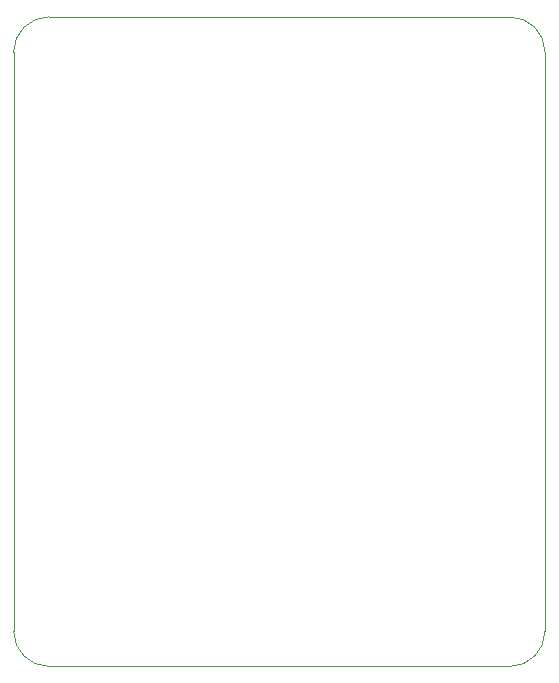
<source format=gbr>
%TF.GenerationSoftware,KiCad,Pcbnew,7.0.5*%
%TF.CreationDate,2024-05-30T23:49:04+02:00*%
%TF.ProjectId,Acoustifly,41636f75-7374-4696-966c-792e6b696361,rev?*%
%TF.SameCoordinates,Original*%
%TF.FileFunction,Profile,NP*%
%FSLAX46Y46*%
G04 Gerber Fmt 4.6, Leading zero omitted, Abs format (unit mm)*
G04 Created by KiCad (PCBNEW 7.0.5) date 2024-05-30 23:49:04*
%MOMM*%
%LPD*%
G01*
G04 APERTURE LIST*
%TA.AperFunction,Profile*%
%ADD10C,0.050000*%
%TD*%
G04 APERTURE END LIST*
D10*
X45100000Y52100000D02*
G75*
G03*
X42100000Y55100000I-3000000J0D01*
G01*
X100000Y33350000D02*
X100001Y3100000D01*
X42100000Y100000D02*
G75*
G03*
X45100000Y3100000I0J3000000D01*
G01*
X100000Y3100000D02*
G75*
G03*
X3100000Y100000I3000000J0D01*
G01*
X45100000Y3100000D02*
X45100000Y52100000D01*
X3100000Y55100000D02*
G75*
G03*
X100000Y52100000I0J-3000000D01*
G01*
X100000Y33350000D02*
X100000Y52100000D01*
X3100000Y55100000D02*
X42100000Y55100000D01*
X3100000Y100000D02*
X42100000Y100000D01*
M02*

</source>
